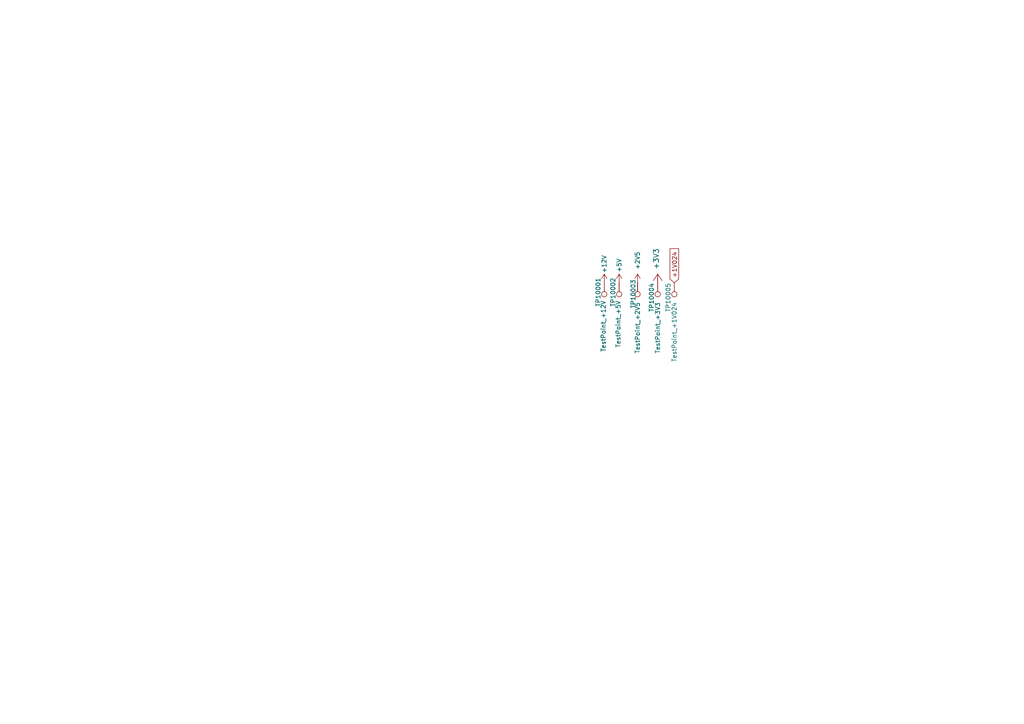
<source format=kicad_sch>
(kicad_sch (version 20231120) (generator "eeschema") (generator_version "8.0")
  (paper "A4")
  (lib_symbols
    (symbol "Connector:TestPoint" (pin_numbers hide) (pin_names (offset 0.762) hide)
      (property "Reference" "TP" (at 0 6.858 0))
      (property "Value" "TestPoint" (at 0 5.08 0))
      (symbol "TestPoint_0_1"
        (circle (center 0 3.302) (radius 0.762))
      )
      (symbol "TestPoint_1_1"
        (pin passive line (at 0 0 90) (length 2.54) (name "1") (number "1"))
      )
    )
    (symbol "EK-TM4C1294XL_REV_D-eagle-import:+3V3" (power) (pin_names (offset 1.016))
      (property "Value" "+3V3" (at -2.54 -5.08 90))
      (symbol "+3V3_1_0"
        (polyline (pts (xy 0 0) (xy -1.27 -1.905)))
        (polyline (pts (xy 1.27 -1.905) (xy 0 0)))
        (pin power_in line (at 0 -2.54 90) (length 2.54) (name "+3V3") (number "1"))
      )
    )
    (symbol "power:+12V" (power) (pin_names (offset 0))
      (property "Value" "+12V" (at 0 3.556 0))
      (symbol "+12V_0_1"
        (polyline (pts (xy -0.762 1.27) (xy 0 2.54)))
        (polyline (pts (xy 0 0) (xy 0 2.54)))
        (polyline (pts (xy 0 2.54) (xy 0.762 1.27)))
      )
      (symbol "+12V_1_1"
        (pin power_in line (at 0 0 90) (length 0) hide (name "+12V") (number "1"))
      )
    )
    (symbol "power:+2V5" (power) (pin_names (offset 0))
      (property "Value" "+2V5" (at 0 3.556 0))
      (symbol "+2V5_0_1"
        (polyline (pts (xy -0.762 1.27) (xy 0 2.54)))
        (polyline (pts (xy 0 0) (xy 0 2.54)))
        (polyline (pts (xy 0 2.54) (xy 0.762 1.27)))
      )
      (symbol "+2V5_1_1"
        (pin power_in line (at 0 0 90) (length 0) hide (name "+2V5") (number "1"))
      )
    )
    (symbol "power:+5V" (power) (pin_names (offset 0))
      (property "Value" "+5V" (at 0 3.556 0))
      (symbol "+5V_0_1"
        (polyline (pts (xy -0.762 1.27) (xy 0 2.54)))
        (polyline (pts (xy 0 0) (xy 0 2.54)))
        (polyline (pts (xy 0 2.54) (xy 0.762 1.27)))
      )
      (symbol "+5V_1_1"
        (pin power_in line (at 0 0 90) (length 0) hide (name "+5V") (number "1"))
      )
    )
  )
  (global_label "+1V024" (shape input) (at 195.58 82.042 90) (property "Intersheetrefs" "${INTERSHEET_REFS}" (effects (hide yes))))
  (symbol (lib_id "Connector:TestPoint") (at 184.912 82.042 180) (unit 1)
    (property "Reference" "TP10003" (at 183.642 81.026 90) (effects (justify left)))
    (property "Value" "TestPoint_+2V5" (at 184.912 87.63 90) (effects (justify left)))
    (property "Footprint" "TestPoint:TestPoint_Pad_D1.0mm" (effects (hide yes)))
    (instances (project "stm32h7_base" (path "" (reference "TP10003") (unit 1))) (project "simplicity_analog_1" (path "" (reference "TP7003") (unit 1))))
  )
  (symbol (lib_id "power:+2V5") (at 184.912 82.042 0) (unit 1)
    (property "Reference" "#PWR07038" (effects (hide yes)))
    (property "Value" "+2V5" (at 184.912 78.232 90) (effects (justify left)))
  )
  (symbol (lib_id "Connector:TestPoint") (at 179.578 82.042 180) (unit 1)
    (property "Reference" "TP10002" (at 177.8 80.518 90) (effects (justify left)))
    (property "Value" "TestPoint_+5V" (at 179.324 87.122 90) (effects (justify left)))
    (property "Footprint" "TestPoint:TestPoint_Pad_D1.0mm" (effects (hide yes)))
    (instances (project "stm32h7_base" (path "" (reference "TP10002") (unit 1))) (project "simplicity_analog_1" (path "" (reference "TP7002") (unit 1))))
  )
  (symbol (lib_id "power:+12V") (at 175.26 82.042 0) (unit 1)
    (property "Reference" "#PWR07036" (effects (hide yes)))
    (property "Value" "+12V" (at 175.26 79.248 90) (effects (justify left)))
  )
  (symbol (lib_id "Connector:TestPoint") (at 195.58 82.042 180) (unit 1)
    (property "Reference" "TP10005" (at 193.802 82.042 90) (effects (justify left)))
    (property "Value" "TestPoint_+1V024" (at 195.58 87.63 90) (effects (justify left)))
    (property "Footprint" "TestPoint:TestPoint_Pad_D1.0mm" (effects (hide yes)))
    (instances (project "stm32h7_base" (path "" (reference "TP10005") (unit 1))) (project "simplicity_analog_1" (path "" (reference "TP7005") (unit 1))))
  )
  (symbol (lib_id "Connector:TestPoint") (at 175.26 82.042 180) (unit 1)
    (property "Reference" "TP10001" (at 173.482 80.518 90) (effects (justify left)))
    (property "Value" "TestPoint_+12V" (at 175.006 87.122 90) (effects (justify left)))
    (property "Footprint" "TestPoint:TestPoint_Pad_D1.0mm" (effects (hide yes)))
    (instances (project "stm32h7_base" (path "" (reference "TP10001") (unit 1))) (project "simplicity_analog_1" (path "" (reference "TP7001") (unit 1))))
  )
  (symbol (lib_id "power:+5V") (at 179.578 82.042 0) (unit 1)
    (property "Reference" "#PWR07037" (effects (hide yes)))
    (property "Value" "+5V" (at 179.578 74.93 90) (effects (justify right)))
  )
  (symbol (lib_id "EK-TM4C1294XL_REV_D-eagle-import:+3V3") (at 190.754 79.502 0) (mirror y) (unit 1)
    (property "Reference" "#+3V07002" (effects (hide yes)))
    (property "Value" "+3V3" (at 189.484 78.232 90) (effects (font (size 1.4986 1.4986)) (justify left bottom)))
  )
  (symbol (lib_id "Connector:TestPoint") (at 190.754 82.042 180) (unit 1)
    (property "Reference" "TP10004" (at 188.976 82.042 90) (effects (justify left)))
    (property "Value" "TestPoint_+3V3" (at 190.754 87.63 90) (effects (justify left)))
    (property "Footprint" "TestPoint:TestPoint_Pad_D1.0mm" (effects (hide yes)))
    (instances (project "stm32h7_base" (path "" (reference "TP10004") (unit 1))) (project "simplicity_analog_1" (path "" (reference "TP7004") (unit 1))))
  )
)
</source>
